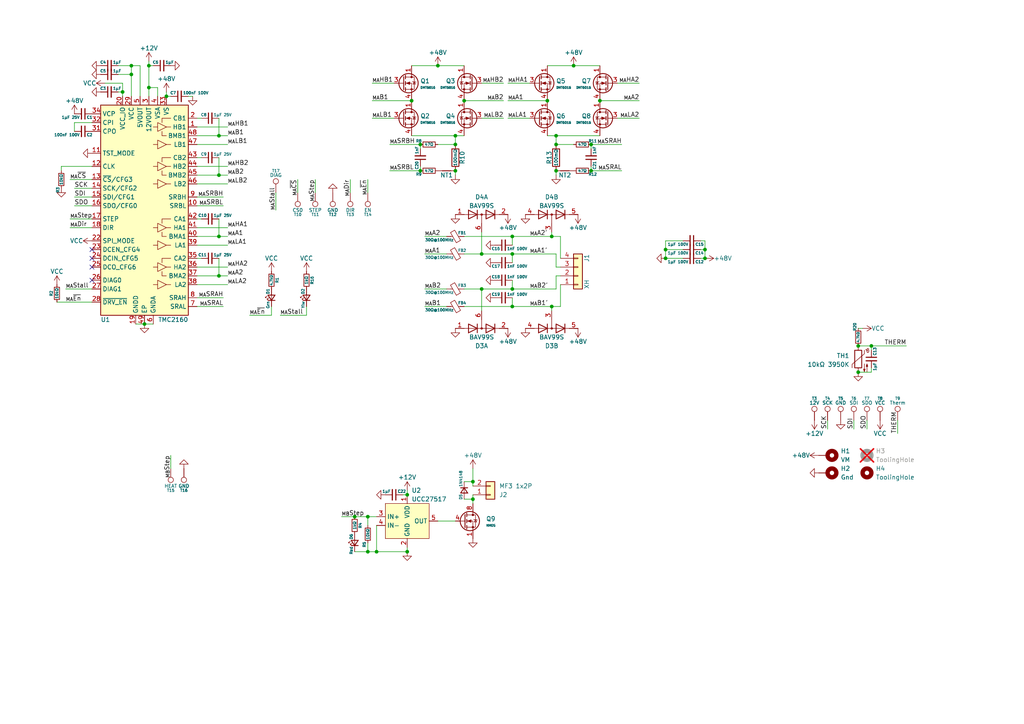
<source format=kicad_sch>
(kicad_sch (version 20231120) (generator "eeschema") (generator_version "8.0")
  (paper "A4")
  (title_block (title "TMC2160 Stepper Driver Module") (date "2024-05-15") (company "meridi engineering") (comment 1 "confer: youtu.be/IE_qcmPzfkg"))
  (junction (at 132.08 41.91))
  (junction (at 252.73 100.33))
  (junction (at 134.62 29.21))
  (junction (at 63.5 68.58))
  (junction (at 204.47 74.93))
  (junction (at 158.75 29.21))
  (junction (at 139.7 73.66))
  (junction (at 43.18 25.4))
  (junction (at 137.16 144.78))
  (junction (at 63.5 50.8))
  (junction (at 132.08 49.53))
  (junction (at 106.68 160.02))
  (junction (at 248.92 100.33))
  (junction (at 102.87 149.86))
  (junction (at 148.59 83.82))
  (junction (at 63.5 39.37))
  (junction (at 160.02 88.9))
  (junction (at 161.29 49.53))
  (junction (at 139.7 83.82))
  (junction (at 161.29 41.91))
  (junction (at 148.59 68.58))
  (junction (at 38.1 19.05))
  (junction (at 127 19.05))
  (junction (at 118.11 160.02))
  (junction (at 173.99 29.21))
  (junction (at 106.68 149.86))
  (junction (at 48.26 27.94))
  (junction (at 38.1 21.59))
  (junction (at 248.92 107.95))
  (junction (at 119.38 29.21))
  (junction (at 109.22 160.02))
  (junction (at 132.08 39.37))
  (junction (at 148.59 73.66))
  (junction (at 160.02 68.58))
  (junction (at 41.91 93.98))
  (junction (at 148.59 88.9))
  (junction (at 35.56 26.67))
  (junction (at 118.11 143.51))
  (junction (at 161.29 39.37))
  (junction (at 171.45 49.53))
  (junction (at 193.04 72.39))
  (junction (at 137.16 139.7))
  (junction (at 166.37 19.05))
  (junction (at 171.45 41.91))
  (junction (at 43.18 19.05))
  (junction (at 121.92 49.53))
  (junction (at 63.5 80.01))
  (junction (at 204.47 72.39))
  (junction (at 193.04 74.93))
  (junction (at 121.92 41.91))
  (no_connect (at 26.67 81.28))
  (no_connect (at 26.67 74.93))
  (no_connect (at 26.67 77.47))
  (no_connect (at 26.67 72.39))
  (wire (pts (xy 252.73 100.33) (xy 252.73 101.6)))
  (wire (pts (xy 137.16 135.89) (xy 137.16 139.7)))
  (wire (pts (xy 134.62 83.82) (xy 139.7 83.82)))
  (wire (pts (xy 121.92 48.26) (xy 121.92 49.53)))
  (wire (pts (xy 34.29 19.05) (xy 38.1 19.05)))
  (wire (pts (xy 252.73 100.33) (xy 262.89 100.33)))
  (wire (pts (xy 158.75 39.37) (xy 161.29 39.37)))
  (wire (pts (xy 119.38 39.37) (xy 132.08 39.37)))
  (wire (pts (xy 134.62 29.21) (xy 146.05 29.21)))
  (wire (pts (xy 64.77 88.9) (xy 57.15 88.9)))
  (wire (pts (xy 118.11 142.24) (xy 118.11 143.51)))
  (wire (pts (xy 58.42 34.29) (xy 57.15 34.29)))
  (wire (pts (xy 57.15 48.26) (xy 66.04 48.26)))
  (wire (pts (xy 63.5 74.93) (xy 63.5 80.01)))
  (wire (pts (xy 20.32 52.07) (xy 26.67 52.07)))
  (wire (pts (xy 63.5 68.58) (xy 57.15 68.58)))
  (wire (pts (xy 160.02 88.9) (xy 162.56 88.9)))
  (wire (pts (xy 161.29 39.37) (xy 161.29 41.91)))
  (wire (pts (xy 119.38 19.05) (xy 127 19.05)))
  (wire (pts (xy 17.78 49.53) (xy 17.78 48.26)))
  (wire (pts (xy 203.2 74.93) (xy 204.47 74.93)))
  (wire (pts (xy 161.29 41.91) (xy 166.37 41.91)))
  (wire (pts (xy 160.02 88.9) (xy 160.02 90.17)))
  (wire (pts (xy 134.62 139.7) (xy 137.16 139.7)))
  (wire (pts (xy 106.68 157.48) (xy 106.68 160.02)))
  (wire (pts (xy 19.05 83.82) (xy 26.67 83.82)))
  (wire (pts (xy 91.44 52.07) (xy 91.44 55.88)))
  (wire (pts (xy 57.15 53.34) (xy 66.04 53.34)))
  (wire (pts (xy 34.29 21.59) (xy 38.1 21.59)))
  (wire (pts (xy 139.7 83.82) (xy 139.7 90.17)))
  (wire (pts (xy 16.51 87.63) (xy 26.67 87.63)))
  (wire (pts (xy 166.37 19.05) (xy 173.99 19.05)))
  (wire (pts (xy 193.04 74.93) (xy 198.12 74.93)))
  (wire (pts (xy 63.5 39.37) (xy 66.04 39.37)))
  (wire (pts (xy 63.5 50.8) (xy 57.15 50.8)))
  (wire (pts (xy 38.1 19.05) (xy 40.64 19.05)))
  (wire (pts (xy 21.59 57.15) (xy 26.67 57.15)))
  (wire (pts (xy 203.2 72.39) (xy 204.47 72.39)))
  (wire (pts (xy 34.29 26.67) (xy 35.56 26.67)))
  (wire (pts (xy 146.05 34.29) (xy 139.7 34.29)))
  (wire (pts (xy 63.5 45.72) (xy 63.5 50.8)))
  (wire (pts (xy 55.88 27.94) (xy 54.61 27.94)))
  (wire (pts (xy 106.68 149.86) (xy 106.68 152.4)))
  (wire (pts (xy 123.19 88.9) (xy 129.54 88.9)))
  (wire (pts (xy 193.04 74.93) (xy 193.04 72.39)))
  (wire (pts (xy 185.42 34.29) (xy 179.07 34.29)))
  (wire (pts (xy 78.74 91.44) (xy 78.74 88.9)))
  (wire (pts (xy 250.19 95.25) (xy 248.92 95.25)))
  (wire (pts (xy 41.91 93.98) (xy 44.45 93.98)))
  (wire (pts (xy 147.32 29.21) (xy 158.75 29.21)))
  (wire (pts (xy 171.45 48.26) (xy 171.45 49.53)))
  (wire (pts (xy 102.87 149.86) (xy 106.68 149.86)))
  (wire (pts (xy 63.5 34.29) (xy 63.5 39.37)))
  (wire (pts (xy 57.15 77.47) (xy 66.04 77.47)))
  (wire (pts (xy 123.19 83.82) (xy 129.54 83.82)))
  (wire (pts (xy 158.75 19.05) (xy 166.37 19.05)))
  (wire (pts (xy 148.59 68.58) (xy 160.02 68.58)))
  (wire (pts (xy 147.32 24.13) (xy 153.67 24.13)))
  (wire (pts (xy 139.7 73.66) (xy 148.59 73.66)))
  (wire (pts (xy 113.03 49.53) (xy 121.92 49.53)))
  (wire (pts (xy 80.01 60.96) (xy 80.01 55.88)))
  (wire (pts (xy 20.32 66.04) (xy 26.67 66.04)))
  (wire (pts (xy 139.7 83.82) (xy 148.59 83.82)))
  (wire (pts (xy 43.18 25.4) (xy 45.72 25.4)))
  (wire (pts (xy 121.92 41.91) (xy 121.92 43.18)))
  (wire (pts (xy 43.18 17.78) (xy 43.18 19.05)))
  (wire (pts (xy 64.77 86.36) (xy 57.15 86.36)))
  (wire (pts (xy 180.34 41.91) (xy 171.45 41.91)))
  (wire (pts (xy 148.59 86.36) (xy 148.59 88.9)))
  (wire (pts (xy 252.73 100.33) (xy 248.92 100.33)))
  (wire (pts (xy 21.59 59.69) (xy 26.67 59.69)))
  (wire (pts (xy 99.06 149.86) (xy 102.87 149.86)))
  (wire (pts (xy 193.04 72.39) (xy 198.12 72.39)))
  (wire (pts (xy 57.15 66.04) (xy 66.04 66.04)))
  (wire (pts (xy 40.64 19.05) (xy 40.64 27.94)))
  (wire (pts (xy 161.29 83.82) (xy 161.29 80.01)))
  (wire (pts (xy 57.15 82.55) (xy 66.04 82.55)))
  (wire (pts (xy 44.45 19.05) (xy 43.18 19.05)))
  (wire (pts (xy 88.9 91.44) (xy 88.9 88.9)))
  (wire (pts (xy 248.92 107.95) (xy 252.73 107.95)))
  (wire (pts (xy 148.59 68.58) (xy 148.59 71.12)))
  (wire (pts (xy 64.77 57.15) (xy 57.15 57.15)))
  (wire (pts (xy 127 19.05) (xy 134.62 19.05)))
  (wire (pts (xy 35.56 24.13) (xy 35.56 26.67)))
  (wire (pts (xy 251.46 124.46) (xy 251.46 121.92)))
  (wire (pts (xy 21.59 35.56) (xy 26.67 35.56)))
  (wire (pts (xy 118.11 160.02) (xy 118.11 158.75)))
  (wire (pts (xy 106.68 149.86) (xy 109.22 149.86)))
  (wire (pts (xy 57.15 36.83) (xy 66.04 36.83)))
  (wire (pts (xy 161.29 77.47) (xy 161.29 73.66)))
  (wire (pts (xy 57.15 41.91) (xy 66.04 41.91)))
  (wire (pts (xy 113.03 41.91) (xy 121.92 41.91)))
  (wire (pts (xy 127 151.13) (xy 132.08 151.13)))
  (wire (pts (xy 132.08 49.53) (xy 132.08 50.8)))
  (wire (pts (xy 161.29 50.8) (xy 161.29 49.53)))
  (wire (pts (xy 148.59 73.66) (xy 161.29 73.66)))
  (wire (pts (xy 148.59 88.9) (xy 160.02 88.9)))
  (wire (pts (xy 204.47 74.93) (xy 204.47 72.39)))
  (wire (pts (xy 43.18 25.4) (xy 43.18 27.94)))
  (wire (pts (xy 193.04 72.39) (xy 193.04 69.85)))
  (wire (pts (xy 109.22 160.02) (xy 118.11 160.02)))
  (wire (pts (xy 81.28 91.44) (xy 88.9 91.44)))
  (wire (pts (xy 180.34 49.53) (xy 171.45 49.53)))
  (wire (pts (xy 109.22 152.4) (xy 109.22 160.02)))
  (wire (pts (xy 107.95 29.21) (xy 119.38 29.21)))
  (wire (pts (xy 21.59 38.1) (xy 21.59 35.56)))
  (wire (pts (xy 134.62 88.9) (xy 148.59 88.9)))
  (wire (pts (xy 63.5 80.01) (xy 66.04 80.01)))
  (wire (pts (xy 101.6 52.07) (xy 101.6 55.88)))
  (wire (pts (xy 137.16 146.05) (xy 137.16 144.78)))
  (wire (pts (xy 49.53 132.08) (xy 49.53 135.89)))
  (wire (pts (xy 58.42 63.5) (xy 57.15 63.5)))
  (wire (pts (xy 102.87 160.02) (xy 106.68 160.02)))
  (wire (pts (xy 127 41.91) (xy 132.08 41.91)))
  (wire (pts (xy 161.29 39.37) (xy 173.99 39.37)))
  (wire (pts (xy 162.56 82.55) (xy 162.56 88.9)))
  (wire (pts (xy 162.56 77.47) (xy 161.29 77.47)))
  (wire (pts (xy 132.08 39.37) (xy 132.08 41.91)))
  (wire (pts (xy 134.62 68.58) (xy 148.59 68.58)))
  (wire (pts (xy 21.59 54.61) (xy 26.67 54.61)))
  (wire (pts (xy 247.65 124.46) (xy 247.65 121.92)))
  (wire (pts (xy 30.48 24.13) (xy 35.56 24.13)))
  (wire (pts (xy 106.68 160.02) (xy 109.22 160.02)))
  (wire (pts (xy 63.5 80.01) (xy 57.15 80.01)))
  (wire (pts (xy 160.02 68.58) (xy 162.56 68.58)))
  (wire (pts (xy 106.68 52.07) (xy 106.68 55.88)))
  (wire (pts (xy 38.1 19.05) (xy 38.1 21.59)))
  (wire (pts (xy 48.26 26.67) (xy 48.26 27.94)))
  (wire (pts (xy 38.1 21.59) (xy 38.1 27.94)))
  (wire (pts (xy 116.84 143.51) (xy 118.11 143.51)))
  (wire (pts (xy 17.78 48.26) (xy 26.67 48.26)))
  (wire (pts (xy 107.95 24.13) (xy 114.3 24.13)))
  (wire (pts (xy 148.59 83.82) (xy 161.29 83.82)))
  (wire (pts (xy 41.91 93.98) (xy 39.37 93.98)))
  (wire (pts (xy 72.39 91.44) (xy 78.74 91.44)))
  (wire (pts (xy 43.18 19.05) (xy 43.18 25.4)))
  (wire (pts (xy 20.32 63.5) (xy 26.67 63.5)))
  (wire (pts (xy 137.16 139.7) (xy 137.16 140.97)))
  (wire (pts (xy 252.73 106.68) (xy 252.73 107.95)))
  (wire (pts (xy 132.08 39.37) (xy 134.62 39.37)))
  (wire (pts (xy 193.04 69.85) (xy 198.12 69.85)))
  (wire (pts (xy 185.42 24.13) (xy 179.07 24.13)))
  (wire (pts (xy 240.03 124.46) (xy 240.03 121.92)))
  (wire (pts (xy 63.5 50.8) (xy 66.04 50.8)))
  (wire (pts (xy 86.36 52.07) (xy 86.36 55.88)))
  (wire (pts (xy 58.42 45.72) (xy 57.15 45.72)))
  (wire (pts (xy 162.56 74.93) (xy 162.56 68.58)))
  (wire (pts (xy 57.15 71.12) (xy 66.04 71.12)))
  (wire (pts (xy 137.16 144.78) (xy 137.16 143.51)))
  (wire (pts (xy 147.32 34.29) (xy 153.67 34.29)))
  (wire (pts (xy 123.19 73.66) (xy 129.54 73.66)))
  (wire (pts (xy 134.62 73.66) (xy 139.7 73.66)))
  (wire (pts (xy 260.35 125.73) (xy 260.35 121.92)))
  (wire (pts (xy 204.47 69.85) (xy 204.47 72.39)))
  (wire (pts (xy 58.42 74.93) (xy 57.15 74.93)))
  (wire (pts (xy 63.5 63.5) (xy 63.5 68.58)))
  (wire (pts (xy 134.62 144.78) (xy 137.16 144.78)))
  (wire (pts (xy 146.05 24.13) (xy 139.7 24.13)))
  (wire (pts (xy 173.99 29.21) (xy 185.42 29.21)))
  (wire (pts (xy 45.72 25.4) (xy 45.72 27.94)))
  (wire (pts (xy 148.59 73.66) (xy 148.59 76.2)))
  (wire (pts (xy 160.02 67.31) (xy 160.02 68.58)))
  (wire (pts (xy 139.7 67.31) (xy 139.7 73.66)))
  (wire (pts (xy 171.45 41.91) (xy 171.45 43.18)))
  (wire (pts (xy 107.95 34.29) (xy 114.3 34.29)))
  (wire (pts (xy 148.59 81.28) (xy 148.59 83.82)))
  (wire (pts (xy 35.56 26.67) (xy 35.56 27.94)))
  (wire (pts (xy 123.19 68.58) (xy 129.54 68.58)))
  (wire (pts (xy 49.53 27.94) (xy 48.26 27.94)))
  (wire (pts (xy 63.5 68.58) (xy 66.04 68.58)))
  (wire (pts (xy 64.77 59.69) (xy 57.15 59.69)))
  (wire (pts (xy 203.2 69.85) (xy 204.47 69.85)))
  (wire (pts (xy 63.5 39.37) (xy 57.15 39.37)))
  (wire (pts (xy 161.29 80.01) (xy 162.56 80.01)))
  (label "_{MA}HB1" (at 66.04 36.83 0))
  (label "_{MA}Stall" (at 80.01 60.96 90))
  (label "_{MA}A2" (at 123.19 68.58 0))
  (label "_{MA}SRAH" (at 180.34 41.91 180))
  (label "_{MA}HA1" (at 66.04 66.04 0))
  (label "_{MA}Dir" (at 101.6 52.07 270))
  (label "_{MA}SRBL" (at 113.03 49.53 0))
  (label "_{MA}A2" (at 185.42 29.21 180))
  (label "_{MA}HB2" (at 146.05 24.13 180))
  (label "_{MB}Step" (at 99.06 149.86 0))
  (label "_{MA}~{CS}" (at 86.36 52.07 270))
  (label "_{MA}HA1" (at 147.32 24.13 0))
  (label "_{MA}B1" (at 107.95 29.21 0))
  (label "_{MA}B1" (at 66.04 39.37 0))
  (label "_{MA}HB2" (at 66.04 48.26 0))
  (label "_{MA}LB1" (at 107.95 34.29 0))
  (label "_{MA}~{En}" (at 106.68 52.07 270))
  (label "_{MA}SRAL" (at 180.34 49.53 180))
  (label "_{MA}B2" (at 66.04 50.8 0))
  (label "_{MA}B2" (at 123.19 83.82 0))
  (label "_{MA}SRBL" (at 64.77 59.69 180))
  (label "_{MA}~{CS}" (at 20.32 52.07 0))
  (label "_{MA}LB2" (at 66.04 53.34 0))
  (label "_{MA}HB1" (at 107.95 24.13 0))
  (label "THERM" (at 262.89 100.33 180))
  (label "_{MA}Step" (at 20.32 63.5 0))
  (label "_{MA}HA2" (at 66.04 77.47 0))
  (label "_{MA}~{En}" (at 72.39 91.44 0))
  (label "_{MA}LB1" (at 66.04 41.91 0))
  (label "_{MA}~{En}" (at 19.05 87.63 0))
  (label "_{MA}LA2" (at 66.04 82.55 0))
  (label "_{MA}HA2" (at 185.42 24.13 180))
  (label "_{MA}A1'" (at 153.67 73.66 0))
  (label "_{MA}SRAL" (at 64.77 88.9 180))
  (label "_{MA}B1'" (at 153.67 88.9 0))
  (label "_{MA}A2'" (at 153.67 68.58 0))
  (label "SCK" (at 240.03 124.46 90))
  (label "_{MA}B1" (at 123.19 88.9 0))
  (label "_{MA}LA1" (at 147.32 34.29 0))
  (label "SDI" (at 21.59 57.15 0))
  (label "_{MA}Stall" (at 19.05 83.82 0))
  (label "_{MB}Step" (at 49.53 132.08 270))
  (label "THERM" (at 260.35 125.73 90))
  (label "_{MA}SRAH" (at 64.77 86.36 180))
  (label "_{MA}Dir" (at 20.32 66.04 0))
  (label "_{MA}B2'" (at 153.67 83.82 0))
  (label "_{MA}A2" (at 66.04 80.01 0))
  (label "_{MA}SRBH" (at 113.03 41.91 0))
  (label "_{MA}A1" (at 123.19 73.66 0))
  (label "_{MA}Step" (at 91.44 52.07 270))
  (label "_{MA}SRBH" (at 64.77 57.15 180))
  (label "_{MA}B2" (at 146.05 29.21 180))
  (label "_{MA}LA1" (at 66.04 71.12 0))
  (label "_{MA}Stall" (at 81.28 91.44 0))
  (label "SDI" (at 247.65 124.46 90))
  (label "_{MA}LA2" (at 185.42 34.29 180))
  (label "_{MA}LB2" (at 146.05 34.29 180))
  (label "SCK" (at 21.59 54.61 0))
  (label "_{MA}A1" (at 66.04 68.58 0))
  (label "_{MA}A1" (at 147.32 29.21 0))
  (label "SDO" (at 251.46 124.46 90))
  (label "SDO" (at 21.59 59.69 0))
  (symbol (lib_id "Device:R_Small") (at 168.91 41.91 90) (unit 1)
    (property "Reference" "R11" (at 171.91 40.91 90) (effects (font (size 0.8 0.8))))
    (property "Value" "47Ω" (at 168.91 41.91 90) (effects (font (size 0.8 0.8))))
    (property "Footprint" "PCM_ME_passives:0402R" (effects (hide yes)))
  )
  (symbol (lib_id "Connector:TestPoint") (at 96.52 55.88 0) (mirror x) (unit 1) (exclude_from_sim yes) (in_bom no)
    (property "Reference" "T12" (at 96.52 62.23 0) (effects (font (size 0.8 0.8))))
    (property "Value" "GND" (at 96.52 60.96 0) (effects (font (size 1 1))))
    (property "Footprint" "corevus:LGA_Land_2.5mm" (effects (hide yes)))
  )
  (symbol (lib_id "power:GND") (at 17.78 54.61 0) (unit 1)
    (property "Reference" "#PWR010" (effects (hide yes)))
    (property "Value" "GND" (effects (hide yes)))
  )
  (symbol (lib_id "power:VCC") (at 88.9 78.74 0) (unit 1)
    (property "Reference" "#PWR031" (effects (hide yes)))
    (property "Value" "VCC" (at 88.9 74.93 0))
  )
  (symbol (lib_id "Device:R_Small") (at 17.78 52.07 0) (mirror y) (unit 1)
    (property "Reference" "R3" (at 16.78 55.07 90) (effects (font (size 0.8 0.8))))
    (property "Value" "10kΩ" (at 17.78 52.07 90) (effects (font (size 0.8 0.8))))
    (property "Footprint" "PCM_ME_passives:0402R" (effects (hide yes)))
  )
  (symbol (lib_id "Connector:TestPoint") (at 53.34 135.89 0) (mirror x) (unit 1) (exclude_from_sim yes) (in_bom no)
    (property "Reference" "T16" (at 53.34 142.24 0) (effects (font (size 0.8 0.8))))
    (property "Value" "GND" (at 53.34 140.97 0) (effects (font (size 1 1))))
    (property "Footprint" "corevus:LGA_Land_2.5mm" (effects (hide yes)))
  )
  (symbol (lib_id "Device:R_Small") (at 168.91 49.53 90) (mirror x) (unit 1)
    (property "Reference" "R12" (at 171.91 50.53 90) (effects (font (size 0.8 0.8))))
    (property "Value" "47Ω" (at 168.91 49.53 90) (effects (font (size 0.8 0.8))))
    (property "Footprint" "PCM_ME_passives:0402R" (effects (hide yes)))
  )
  (symbol (lib_id "power:GND") (at 248.92 107.95 0) (unit 1)
    (property "Reference" "#PWR044" (effects (hide yes)))
    (property "Value" "GND" (effects (hide yes)))
  )
  (symbol (lib_id "power:GND") (at 132.08 95.25 0) (unit 1)
    (property "Reference" "#PWR032" (effects (hide yes)))
    (property "Value" "GND" (effects (hide yes)))
  )
  (symbol (lib_id "corevus:TMC2160A-TA") (at 41.91 60.96 0) (unit 1)
    (property "Reference" "U1" (at 29.21 92.71 0) (effects (justify left)))
    (property "Value" "TMC2160" (at 54.61 92.71 0) (effects (justify right)))
    (property "Footprint" "corevus:TMCx160" (effects (hide yes)))
    (property "Datasheet" "https://www.trinamic.com/fileadmin/assets/Products/ICs_Documents/TMC2160A-datasheet_Rev1.06.pdf" (effects (hide yes)))
  )
  (symbol (lib_id "power:+48V") (at 167.64 62.23 180) (unit 1)
    (property "Reference" "#PWR037" (effects (hide yes)))
    (property "Value" "+48V" (at 167.64 66.04 0))
  )
  (symbol (lib_id "Connector:TestPoint") (at 91.44 55.88 0) (mirror x) (unit 1) (exclude_from_sim yes) (in_bom no)
    (property "Reference" "T11" (at 91.44 62.23 0) (effects (font (size 0.8 0.8))))
    (property "Value" "STEP" (at 91.44 60.96 0) (effects (font (size 1 1))))
    (property "Footprint" "corevus:LGA_Land_2.5mm" (effects (hide yes)))
  )
  (symbol (lib_id "Device:C_Small") (at 200.66 72.39 270) (mirror x) (unit 1)
    (property "Reference" "C14" (at 201.66 73.39 90) (effects (font (size 0.8 0.8)) (justify left)))
    (property "Value" "1μF 100V" (at 199.66 73.39 90) (effects (font (size 0.8 0.8)) (justify right)))
    (property "Footprint" "Capacitor_SMD:C_1206_3216Metric" (effects (hide yes)))
  )
  (symbol (lib_id "power:+12V") (at 236.22 121.92 180) (unit 1)
    (property "Reference" "#PWR011" (effects (hide yes)))
    (property "Value" "+12V" (at 236.22 125.73 0))
  )
  (symbol (lib_id "Device:C_Small") (at 24.13 38.1 270) (mirror x) (unit 1)
    (property "Reference" "C2" (at 25.13 39.1 90) (effects (font (size 0.8 0.8)) (justify left)))
    (property "Value" "100nF 100V" (at 23.13 39.1 90) (effects (font (size 0.8 0.8)) (justify right)))
    (property "Footprint" "PCM_ME_passives:0402C" (effects (hide yes)))
  )
  (symbol (lib_id "power:+48V") (at 147.32 95.25 180) (unit 1)
    (property "Reference" "#PWR025" (effects (hide yes)))
    (property "Value" "+48V" (at 147.32 99.06 0))
  )
  (symbol (lib_id "Connector:TestPoint") (at 49.53 135.89 0) (mirror x) (unit 1) (exclude_from_sim yes) (in_bom no)
    (property "Reference" "T15" (at 49.53 142.24 0) (effects (font (size 0.8 0.8))))
    (property "Value" "HEAT" (at 49.53 140.97 0) (effects (font (size 1 1))))
    (property "Footprint" "corevus:LGA_Land_2.5mm" (effects (hide yes)))
  )
  (symbol (lib_id "Diode:BAV99S") (at 139.7 95.25 0) (mirror x) (unit 1)
    (property "Reference" "D3" (at 139.7 100.33 0))
    (property "Value" "BAV99S" (at 139.7 97.79 0))
    (property "Footprint" "Package_TO_SOT_SMD:SOT-363_SC-70-6" (effects (hide yes)))
    (property "Datasheet" "https://assets.nexperia.com/documents/data-sheet/BAV99_SER.pdf" (effects (hide yes)))
    (property "Description" "High-speed switching diodes, dual series, SOT-363" (effects (hide yes)))
  )
  (symbol (lib_id "power:+12V") (at 118.11 142.24 0) (mirror y) (unit 1)
    (property "Reference" "#PWR043" (effects (hide yes)))
    (property "Value" "+12V" (at 118.11 138.43 0))
  )
  (symbol (lib_id "Connector:TestPoint") (at 101.6 55.88 0) (mirror x) (unit 1) (exclude_from_sim yes) (in_bom no)
    (property "Reference" "T13" (at 101.6 62.23 0) (effects (font (size 0.8 0.8))))
    (property "Value" "DIR" (at 101.6 60.96 0) (effects (font (size 1 1))))
    (property "Footprint" "corevus:LGA_Land_2.5mm" (effects (hide yes)))
  )
  (symbol (lib_id "corevus:UCC27517") (at 118.11 151.13 0) (unit 1)
    (property "Reference" "U2" (at 119.38 142.24 0) (effects (justify left)))
    (property "Value" "UCC27517" (at 119.38 144.78 0) (effects (justify left)))
    (property "Footprint" "Package_TO_SOT_SMD:SOT-23-5" (effects (hide yes)))
    (property "Datasheet" "https://www.ti.com/lit/ds/symlink/ucc27517.pdf" (effects (hide yes)))
    (property "Description" "UCC2751x Single-Channel, High-Speed, Low-Side Gate Driver (With 4-A Peak Source and 4-A Peak Sink)" (effects (hide yes)))
  )
  (symbol (lib_id "power:GND") (at 243.84 121.92 0) (unit 1)
    (property "Reference" "#PWR015" (effects (hide yes)))
    (property "Value" "GND" (effects (hide yes)))
  )
  (symbol (lib_id "power:GND") (at 143.51 76.2 270) (mirror x) (unit 1)
    (property "Reference" "#PWR040" (effects (hide yes)))
    (property "Value" "GND" (effects (hide yes)))
  )
  (symbol (lib_id "power:GND") (at 143.51 71.12 270) (mirror x) (unit 1)
    (property "Reference" "#PWR039" (effects (hide yes)))
    (property "Value" "GND" (effects (hide yes)))
  )
  (symbol (lib_id "Device:C_Small") (at 31.75 21.59 90) (mirror x) (unit 1)
    (property "Reference" "C5" (at 30.75 20.59 90) (effects (font (size 0.8 0.8)) (justify left)))
    (property "Value" "1µF" (at 32.75 20.59 90) (effects (font (size 0.8 0.8)) (justify right)))
    (property "Footprint" "PCM_ME_passives:0402C" (effects (hide yes)))
  )
  (symbol (lib_id "power:GND") (at 137.16 156.21 0) (unit 1)
    (property "Reference" "#PWR026" (effects (hide yes)))
    (property "Value" "GND" (effects (hide yes)))
  )
  (symbol (lib_id "Diode:BAV99S") (at 160.02 62.23 0) (unit 2)
    (property "Reference" "D4" (at 160.02 57.15 0))
    (property "Value" "BAV99S" (at 160.02 59.69 0))
    (property "Footprint" "Package_TO_SOT_SMD:SOT-363_SC-70-6" (effects (hide yes)))
    (property "Datasheet" "https://assets.nexperia.com/documents/data-sheet/BAV99_SER.pdf" (effects (hide yes)))
    (property "Description" "High-speed switching diodes, dual series, SOT-363" (effects (hide yes)))
  )
  (symbol (lib_id "corevus:NMOS_DFN8") (at 135.89 151.13 0) (unit 1)
    (property "Reference" "Q9" (at 140.97 150.4949 0) (effects (justify left)))
    (property "Value" "NMOS" (at 140.97 152.4 0) (effects (font (size 0.635 0.635)) (justify left)))
    (property "Footprint" "corevus:MOSFET_DFN8_5x6" (effects (hide yes)))
    (property "Description" "Generic DFN8 N-channel MOSFET" (effects (hide yes)))
  )
  (symbol (lib_id "Device:R_Small") (at 78.74 81.28 0) (mirror y) (unit 1)
    (property "Reference" "R1" (at 80.37 81.28 90) (effects (font (size 0.8 0.8))))
    (property "Value" "4.7kΩ" (at 78.74 81.28 90) (effects (font (size 0.7 0.7))))
    (property "Footprint" "PCM_ME_passives:0402R" (effects (hide yes)))
  )
  (symbol (lib_id "Device:R") (at 161.29 45.72 0) (mirror y) (unit 1)
    (property "Reference" "R13" (at 160.02 45.72 90) (effects (justify top)))
    (property "Value" "100mΩ" (at 161.29 45.72 90) (effects (font (size 0.9 0.9))))
    (property "Footprint" "Resistor_SMD:R_1206_3216Metric" (effects (hide yes)))
  )
  (symbol (lib_id "Device:C_Small") (at 146.05 71.12 90) (unit 1)
    (property "Reference" "C16" (at 145.05 72.12 90) (effects (font (size 0.8 0.8)) (justify left)))
    (property "Value" "1nF 100V" (at 147.05 72.12 90) (effects (font (size 0.8 0.8)) (justify right)))
    (property "Footprint" "PCM_ME_passives:0402C" (effects (hide yes)))
  )
  (symbol (lib_id "Connector:TestPoint") (at 80.01 55.88 0) (unit 1) (exclude_from_sim yes) (in_bom no)
    (property "Reference" "T17" (at 80.01 49.53 0) (effects (font (size 0.8 0.8))))
    (property "Value" "DIAG" (at 80.01 50.8 0) (effects (font (size 1 1))))
    (property "Footprint" "corevus:LGA_Land_2.5mm" (effects (hide yes)))
  )
  (symbol (lib_id "power:VCC") (at 78.74 78.74 0) (unit 1)
    (property "Reference" "#PWR022" (effects (hide yes)))
    (property "Value" "VCC" (at 78.74 74.93 0))
  )
  (symbol (lib_id "Device:R") (at 132.08 45.72 0) (unit 1)
    (property "Reference" "R10" (at 133.35 45.72 90) (effects (justify top)))
    (property "Value" "100mΩ" (at 132.08 45.72 90) (effects (font (size 0.9 0.9))))
    (property "Footprint" "Resistor_SMD:R_1206_3216Metric" (effects (hide yes)))
  )
  (symbol (lib_id "Device:R_Small") (at 102.87 152.4 0) (mirror y) (unit 1)
    (property "Reference" "R4" (at 104.5 152.4 90) (effects (font (size 0.8 0.8))))
    (property "Value" "1kΩ" (at 102.87 152.4 90) (effects (font (size 0.8 0.8))))
    (property "Footprint" "PCM_ME_passives:0402R" (effects (hide yes)))
  )
  (symbol (lib_id "power:VCC") (at 30.48 24.13 90) (unit 1)
    (property "Reference" "#PWR08" (effects (hide yes)))
    (property "Value" "VCC" (at 27.94 24.13 90) (effects (justify left)))
  )
  (symbol (lib_id "corevus:DMT6016LFDF-7") (at 157.48 34.29 0) (unit 1)
    (property "Reference" "Q6" (at 161.29 33.655 0) (effects (justify left)))
    (property "Value" "DMT6016" (at 161.29 35.56 0) (effects (font (size 0.635 0.635)) (justify left)))
    (property "Footprint" "corevus:DMT6016LFDF" (effects (hide yes)))
    (property "Datasheet" "https://lcsc.com/product-detail/MOSFET_Diodes-Incorporated-DMT6016LFDF-7_C460205.html" (effects (hide yes)))
    (property "Description" "60V N-channel Enhancement Mode MOSFET, 8.9A Id " (effects (hide yes)))
    (property "LCSC Part" "C460205" (effects (hide yes)))
  )
  (symbol (lib_id "power:GND") (at 55.88 27.94 0) (mirror y) (unit 1)
    (property "Reference" "#PWR018" (effects (hide yes)))
    (property "Value" "GND" (effects (hide yes)))
  )
  (symbol (lib_id "power:+48V") (at 137.16 135.89 0) (unit 1)
    (property "Reference" "#PWR024" (effects (hide yes)))
    (property "Value" "+48V" (at 137.16 132.08 0))
  )
  (symbol (lib_id "power:GND") (at 53.34 135.89 0) (mirror x) (unit 1)
    (property "Reference" "#PWR061" (effects (hide yes)))
    (property "Value" "GND" (effects (hide yes)))
  )
  (symbol (lib_id "Device:FerriteBead_Small") (at 132.08 88.9 270) (mirror x) (unit 1)
    (property "Reference" "FB4" (at 132.842 87.884 90) (effects (font (size 0.8 0.8)) (justify left)))
    (property "Value" "30Ω@100MHz" (at 131.572 89.916 90) (effects (font (size 0.8 0.8)) (justify right)))
    (property "Footprint" "Resistor_SMD:R_1206_3216Metric" (effects (hide yes)))
    (property "Description" "Ferrite bead, small symbol" (effects (hide yes)))
  )
  (symbol (lib_id "Device:C_Small") (at 31.75 26.67 90) (mirror x) (unit 1)
    (property "Reference" "C3" (at 30.75 25.67 90) (effects (font (size 0.8 0.8)) (justify left)))
    (property "Value" "1µF" (at 32.75 25.67 90) (effects (font (size 0.8 0.8)) (justify right)))
    (property "Footprint" "PCM_ME_passives:0402C" (effects (hide yes)))
  )
  (symbol (lib_id "Connector:TestPoint") (at 251.46 121.92 0) (unit 1) (exclude_from_sim yes) (in_bom no)
    (property "Reference" "T7" (at 251.46 115.57 0) (effects (font (size 0.8 0.8))))
    (property "Value" "SDO" (at 251.46 116.84 0) (effects (font (size 1 1))))
    (property "Footprint" "corevus:LGA_Land_2.5mm" (effects (hide yes)))
  )
  (symbol (lib_id "Device:R_Small") (at 88.9 81.28 0) (mirror y) (unit 1)
    (property "Reference" "R16" (at 90.53 81.28 90) (effects (font (size 0.8 0.8))))
    (property "Value" "1kΩ" (at 88.9 81.28 90) (effects (font (size 0.8 0.8))))
    (property "Footprint" "PCM_ME_passives:0402R" (effects (hide yes)))
  )
  (symbol (lib_id "Device:C_Small") (at 114.3 143.51 270) (unit 1)
    (property "Reference" "C22" (at 115.3 142.51 90) (effects (font (size 0.8 0.8)) (justify left)))
    (property "Value" "1μF" (at 113.3 142.51 90) (effects (font (size 0.8 0.8)) (justify right)))
    (property "Footprint" "PCM_ME_passives:0402C" (effects (hide yes)))
  )
  (symbol (lib_id "power:GND") (at 132.08 62.23 0) (unit 1)
    (property "Reference" "#PWR033" (effects (hide yes)))
    (property "Value" "GND" (effects (hide yes)))
  )
  (symbol (lib_id "Device:Thermistor_NTC") (at 248.92 104.14 0) (mirror y) (unit 1)
    (property "Reference" "TH1" (at 246.38 103.1875 0) (effects (justify left)))
    (property "Value" "10kΩ 3950K" (at 246.38 105.7275 0) (effects (justify left)))
    (property "Footprint" "PCM_ME_passives:0402R" (effects (hide yes)))
  )
  (symbol (lib_id "Device:R_Small") (at 124.46 41.91 270) (mirror x) (unit 1)
    (property "Reference" "R8" (at 121.46 40.91 90) (effects (font (size 0.8 0.8))))
    (property "Value" "47Ω" (at 124.46 41.91 90) (effects (font (size 0.8 0.8))))
    (property "Footprint" "PCM_ME_passives:0402R" (effects (hide yes)))
  )
  (symbol (lib_id "power:+48V") (at 48.26 26.67 0) (unit 1)
    (property "Reference" "#PWR016" (effects (hide yes)))
    (property "Value" "+48V" (at 48.26 22.86 0))
  )
  (symbol (lib_id "power:GND") (at 26.67 44.45 270) (unit 1)
    (property "Reference" "#PWR03" (effects (hide yes)))
    (property "Value" "GND" (effects (hide yes)))
  )
  (symbol (lib_id "corevus:DMT6016LFDF-7") (at 118.11 24.13 0) (unit 1)
    (property "Reference" "Q1" (at 121.92 23.495 0) (effects (justify left)))
    (property "Value" "DMT6016" (at 121.92 25.4 0) (effects (font (size 0.635 0.635)) (justify left)))
    (property "Footprint" "corevus:DMT6016LFDF" (effects (hide yes)))
    (property "Datasheet" "https://lcsc.com/product-detail/MOSFET_Diodes-Incorporated-DMT6016LFDF-7_C460205.html" (effects (hide yes)))
    (property "Description" "60V N-channel Enhancement Mode MOSFET, 8.9A Id " (effects (hide yes)))
    (property "LCSC Part" "C460205" (effects (hide yes)))
  )
  (symbol (lib_id "power:GND") (at 152.4 62.23 0) (unit 1)
    (property "Reference" "#PWR035" (effects (hide yes)))
    (property "Value" "GND" (effects (hide yes)))
  )
  (symbol (lib_id "Connector:TestPoint") (at 236.22 121.92 0) (unit 1) (exclude_from_sim yes) (in_bom no)
    (property "Reference" "T3" (at 236.22 115.57 0) (effects (font (size 0.8 0.8))))
    (property "Value" "12V" (at 236.22 116.84 0) (effects (font (size 1 1))))
    (property "Footprint" "corevus:LGA_Land_2.5mm" (effects (hide yes)))
  )
  (symbol (lib_id "Connector:TestPoint") (at 106.68 55.88 0) (mirror x) (unit 1) (exclude_from_sim yes) (in_bom no)
    (property "Reference" "T14" (at 106.68 62.23 0) (effects (font (size 0.8 0.8))))
    (property "Value" "EN" (at 106.68 60.96 0) (effects (font (size 1 1))))
    (property "Footprint" "corevus:LGA_Land_2.5mm" (effects (hide yes)))
  )
  (symbol (lib_id "Device:C_Small") (at 46.99 19.05 90) (mirror x) (unit 1)
    (property "Reference" "C6" (at 45.99 18.05 90) (effects (font (size 0.8 0.8)) (justify left)))
    (property "Value" "1μF" (at 47.99 18.05 90) (effects (font (size 0.8 0.8)) (justify right)))
    (property "Footprint" "PCM_ME_passives:0402C" (effects (hide yes)))
  )
  (symbol (lib_id "power:VCC") (at 255.27 121.92 180) (unit 1)
    (property "Reference" "#PWR019" (effects (hide yes)))
    (property "Value" "VCC" (at 255.27 125.73 0))
  )
  (symbol (lib_id "power:VCC") (at 16.51 82.55 0) (unit 1)
    (property "Reference" "#PWR01" (effects (hide yes)))
    (property "Value" "VCC" (at 16.51 78.74 0))
  )
  (symbol (lib_id "Device:NetTie_2") (at 163.83 49.53 0) (mirror x) (unit 1) (in_bom no)
    (property "Reference" "NT2" (at 163.83 50.8 0))
    (property "Value" "NetTie_2" (effects (hide yes)))
    (property "Footprint" "corevus:NetTie-2_SMD_Pad0.1mm" (effects (hide yes)))
    (property "Description" "Net tie, 2 pins" (effects (hide yes)))
  )
  (symbol (lib_id "power:+48V") (at 147.32 62.23 180) (unit 1)
    (property "Reference" "#PWR034" (effects (hide yes)))
    (property "Value" "+48V" (at 147.32 66.04 0))
  )
  (symbol (lib_id "Device:C_Small") (at 121.92 45.72 0) (mirror x) (unit 1)
    (property "Reference" "C20" (at 120.92 46.72 90) (effects (font (size 0.8 0.8)) (justify left)))
    (property "Value" "1nF" (at 120.92 44.72 90) (effects (font (size 0.8 0.8)) (justify right)))
    (property "Footprint" "PCM_ME_passives:0402C" (effects (hide yes)))
  )
  (symbol (lib_id "power:GND") (at 161.29 50.8 0) (unit 1)
    (property "Reference" "#PWR038" (effects (hide yes)))
    (property "Value" "GND" (effects (hide yes)))
  )
  (symbol (lib_id "power:GND") (at 118.11 160.02 0) (unit 1)
    (property "Reference" "#PWR047" (effects (hide yes)))
    (property "Value" "GND" (effects (hide yes)))
  )
  (symbol (lib_id "power:GND") (at 49.53 19.05 90) (mirror x) (unit 1)
    (property "Reference" "#PWR017" (effects (hide yes)))
    (property "Value" "GND" (effects (hide yes)))
  )
  (symbol (lib_id "Device:LED_Small") (at 78.74 86.36 90) (unit 1)
    (property "Reference" "D1" (at 77.74 85.36 0) (effects (font (size 0.8 0.8)) (justify left)))
    (property "Value" "Grn" (at 77.74 87.36 0) (effects (font (size 0.8 0.8)) (justify right)))
    (property "Footprint" "PCM_ME_passives:0603LED" (effects (hide yes)))
  )
  (symbol (lib_id "Device:C_Small") (at 200.66 69.85 270) (mirror x) (unit 1)
    (property "Reference" "C15" (at 201.66 70.85 90) (effects (font (size 0.8 0.8)) (justify left)))
    (property "Value" "1μF 100V" (at 199.66 70.85 90) (effects (font (size 0.8 0.8)) (justify right)))
    (property "Footprint" "Capacitor_SMD:C_1206_3216Metric" (effects (hide yes)))
  )
  (symbol (lib_id "Connector:TestPoint") (at 86.36 55.88 180) (unit 1) (exclude_from_sim yes) (in_bom no)
    (property "Reference" "T10" (at 86.36 62.23 0) (effects (font (size 0.8 0.8))))
    (property "Value" "CS0" (at 86.36 60.96 0) (effects (font (size 1 1))))
    (property "Footprint" "corevus:LGA_Land_2.5mm" (effects (hide yes)))
  )
  (symbol (lib_id "power:GND") (at 143.51 86.36 270) (mirror x) (unit 1)
    (property "Reference" "#PWR042" (effects (hide yes)))
    (property "Value" "GND" (effects (hide yes)))
  )
  (symbol (lib_id "Device:C_Small") (at 252.73 104.14 0) (mirror y) (unit 1)
    (property "Reference" "C13" (at 253.73 103.14 90) (effects (font (size 0.8 0.8)) (justify left)))
    (property "Value" "1μF" (at 253.73 105.14 90) (effects (font (size 0.8 0.8)) (justify right)))
    (property "Footprint" "PCM_ME_passives:0402C" (effects (hide yes)))
  )
  (symbol (lib_id "power:GND") (at 29.21 21.59 270) (unit 1)
    (property "Reference" "#PWR06" (effects (hide yes)))
    (property "Value" "GND" (effects (hide yes)))
  )
  (symbol (lib_id "power:+48V") (at 127 19.05 0) (unit 1)
    (property "Reference" "#PWR020" (effects (hide yes)))
    (property "Value" "+48V" (at 127 15.24 0))
  )
  (symbol (lib_id "Device:FerriteBead_Small") (at 132.08 68.58 270) (mirror x) (unit 1)
    (property "Reference" "FB1" (at 132.842 67.564 90) (effects (font (size 0.8 0.8)) (justify left)))
    (property "Value" "30Ω@100MHz" (at 131.572 69.596 90) (effects (font (size 0.8 0.8)) (justify right)))
    (property "Footprint" "Resistor_SMD:R_1206_3216Metric" (effects (hide yes)))
    (property "Description" "Ferrite bead, small symbol" (effects (hide yes)))
  )
  (symbol (lib_id "Connector_Generic:Conn_01x02") (at 142.24 143.51 0) (mirror x) (unit 1)
    (property "Reference" "J2" (at 144.78 143.5101 0) (effects (justify left)))
    (property "Value" "MF3 1x2P" (at 144.78 140.9701 0) (effects (justify left)))
    (property "Footprint" "corevus:Molex_Micro-Fit-3.0_436500215" (effects (hide yes)))
    (property "Description" "Generic connector, single row, 01x02, script generated (kicad-library-utils/schlib/autogen/connector/)" (effects (hide yes)))
  )
  (symbol (lib_id "power:+48V") (at 166.37 19.05 0) (unit 1)
    (property "Reference" "#PWR021" (effects (hide yes)))
    (property "Value" "+48V" (at 166.37 15.24 0))
  )
  (symbol (lib_id "power:+48V") (at 167.64 95.25 180) (unit 1)
    (property "Reference" "#PWR027" (effects (hide yes)))
    (property "Value" "+48V" (at 167.64 99.06 0))
  )
  (symbol (lib_id "power:+12V") (at 43.18 17.78 0) (unit 1)
    (property "Reference" "#PWR014" (effects (hide yes)))
    (property "Value" "+12V" (at 43.18 13.97 0))
  )
  (symbol (lib_id "power:GND") (at 41.91 93.98 0) (unit 1)
    (property "Reference" "#PWR012" (effects (hide yes)))
    (property "Value" "GND" (effects (hide yes)))
  )
  (symbol (lib_id "power:GND") (at 29.21 26.67 270) (unit 1)
    (property "Reference" "#PWR07" (effects (hide yes)))
    (property "Value" "GND" (effects (hide yes)))
  )
  (symbol (lib_id "Device:C_Small") (at 60.96 63.5 90) (mirror x) (unit 1)
    (property "Reference" "C10" (at 59.96 62.5 90) (effects (font (size 0.8 0.8)) (justify left)))
    (property "Value" "1μF 25V" (at 61.96 62.5 90) (effects (font (size 0.8 0.8)) (justify right)))
    (property "Footprint" "PCM_ME_passives:0402C" (effects (hide yes)))
  )
  (symbol (lib_id "Device:C_Small") (at 200.66 74.93 270) (mirror x) (unit 1)
    (property "Reference" "C12" (at 201.66 75.93 90) (effects (font (size 0.8 0.8)) (justify left)))
    (property "Value" "1μF 100V" (at 199.66 75.93 90) (effects (font (size 0.8 0.8)) (justify right)))
    (property "Footprint" "Capacitor_SMD:C_1206_3216Metric" (effects (hide yes)))
  )
  (symbol (lib_id "Mechanical:MountingHole") (at 251.46 137.16 0) (unit 1) (in_bom no)
    (property "Reference" "H4" (at 254 135.8899 0) (effects (justify left)))
    (property "Value" "ToolingHole" (at 254 138.4299 0) (effects (justify left)))
    (property "Footprint" "corevus:ToolingHole" (effects (hide yes)))
  )
  (symbol (lib_id "Device:D_Small") (at 134.62 142.24 90) (mirror x) (unit 1)
    (property "Reference" "D5" (at 134.112 143.256 0) (effects (font (size 0.8 0.8)) (justify left bottom)))
    (property "Value" "1N4148" (at 134.112 141.224 0) (effects (font (size 0.8 0.8)) (justify right bottom)))
    (property "Footprint" "Diode_SMD:D_SOD-123" (effects (hide yes)))
    (property "Description" "Diode, small symbol" (effects (hide yes)))
    (property "Sim.Device" "D" (effects (hide yes)))
    (property "Sim.Pins" "1=K 2=A" (effects (hide yes)))
  )
  (symbol (lib_id "Device:R_Small") (at 16.51 85.09 0) (unit 1)
    (property "Reference" "R2" (at 14.88 85.09 90) (effects (font (size 0.8 0.8))))
    (property "Value" "10kΩ" (at 16.51 85.09 90) (effects (font (size 0.8 0.8))))
    (property "Footprint" "PCM_ME_passives:0402R" (effects (hide yes)))
  )
  (symbol (lib_id "Mechanical:MountingHole_Pad") (at 240.03 132.08 270) (unit 1) (in_bom no)
    (property "Reference" "H1" (at 243.84 130.81 90) (effects (justify left)))
    (property "Value" "VM" (at 243.84 133.35 90) (effects (justify left)))
    (property "Footprint" "corevus:MountingHole_M3_Driver" (effects (hide yes)))
  )
  (symbol (lib_id "Mechanical:MountingHole_Pad") (at 240.03 137.16 270) (unit 1) (in_bom no)
    (property "Reference" "H2" (at 243.84 135.89 90) (effects (justify left)))
    (property "Value" "Gnd" (at 243.84 138.43 90) (effects (justify left)))
    (property "Footprint" "corevus:MountingHole_M3_Driver" (effects (hide yes)))
  )
  (symbol (lib_id "power:GND") (at 96.52 55.88 0) (mirror x) (unit 1)
    (property "Reference" "#PWR013" (effects (hide yes)))
    (property "Value" "GND" (effects (hide yes)))
  )
  (symbol (lib_id "Device:R_Small") (at 248.92 97.79 180) (unit 1)
    (property "Reference" "R20" (at 247.92 94.79 90) (effects (font (size 0.8 0.8))))
    (property "Value" "4.7kΩ" (at 248.92 97.79 90) (effects (font (size 0.7 0.7))))
    (property "Footprint" "PCM_ME_passives:0402R" (effects (hide yes)))
  )
  (symbol (lib_id "power:+48V") (at 237.49 132.08 90) (unit 1)
    (property "Reference" "#PWR028" (effects (hide yes)))
    (property "Value" "+48V" (at 234.95 132.08 90) (effects (justify left)))
  )
  (symbol (lib_id "power:+48V") (at 204.47 74.93 270) (mirror x) (unit 1)
    (property "Reference" "#PWR09" (effects (hide yes)))
    (property "Value" "+48V" (at 207.01 74.93 90) (effects (justify left)))
  )
  (symbol (lib_id "corevus:DMT6016LFDF-7") (at 175.26 34.29 0) (mirror y) (unit 1)
    (property "Reference" "Q8" (at 171.45 33.655 0) (effects (justify left)))
    (property "Value" "DMT6016" (at 171.45 35.56 0) (effects (font (size 0.635 0.635)) (justify left)))
    (property "Footprint" "corevus:DMT6016LFDF" (effects (hide yes)))
    (property "Datasheet" "https://lcsc.com/product-detail/MOSFET_Diodes-Incorporated-DMT6016LFDF-7_C460205.html" (effects (hide yes)))
    (property "Description" "60V N-channel Enhancement Mode MOSFET, 8.9A Id " (effects (hide yes)))
    (property "LCSC Part" "C460205" (effects (hide yes)))
  )
  (symbol (lib_id "Diode:BAV99S") (at 139.7 62.23 0) (unit 1)
    (property "Reference" "D4" (at 139.7 57.15 0))
    (property "Value" "BAV99S" (at 139.7 59.69 0))
    (property "Footprint" "Package_TO_SOT_SMD:SOT-363_SC-70-6" (effects (hide yes)))
    (property "Datasheet" "https://assets.nexperia.com/documents/data-sheet/BAV99_SER.pdf" (effects (hide yes)))
    (property "Description" "High-speed switching diodes, dual series, SOT-363" (effects (hide yes)))
  )
  (symbol (lib_id "corevus:DMT6016LFDF-7") (at 118.11 34.29 0) (unit 1)
    (property "Reference" "Q2" (at 121.92 33.655 0) (effects (justify left)))
    (property "Value" "DMT6016" (at 121.92 35.56 0) (effects (font (size 0.635 0.635)) (justify left)))
    (property "Footprint" "corevus:DMT6016LFDF" (effects (hide yes)))
    (property "Datasheet" "https://lcsc.com/product-detail/MOSFET_Diodes-Incorporated-DMT6016LFDF-7_C460205.html" (effects (hide yes)))
    (property "Description" "60V N-channel Enhancement Mode MOSFET, 8.9A Id " (effects (hide yes)))
    (property "LCSC Part" "C460205" (effects (hide yes)))
  )
  (symbol (lib_id "Device:C_Small") (at 146.05 81.28 90) (mirror x) (unit 1)
    (property "Reference" "C18" (at 145.05 80.28 90) (effects (font (size 0.8 0.8)) (justify left)))
    (property "Value" "1nF 100V" (at 147.05 80.28 90) (effects (font (size 0.8 0.8)) (justify right)))
    (property "Footprint" "PCM_ME_passives:0402C" (effects (hide yes)))
  )
  (symbol (lib_id "Device:C_Small") (at 60.96 74.93 90) (mirror x) (unit 1)
    (property "Reference" "C11" (at 59.96 73.93 90) (effects (font (size 0.8 0.8)) (justify left)))
    (property "Value" "1μF 25V" (at 61.96 73.93 90) (effects (font (size 0.8 0.8)) (justify right)))
    (property "Footprint" "PCM_ME_passives:0402C" (effects (hide yes)))
  )
  (symbol (lib_id "power:VCC") (at 26.67 69.85 90) (unit 1)
    (property "Reference" "#PWR04" (effects (hide yes)))
    (property "Value" "VCC" (at 24.13 69.85 90) (effects (justify left)))
  )
  (symbol (lib_id "Mechanical:MountingHole") (at 251.46 132.08 0) (unit 1) (in_bom no) (on_board no) (dnp yes)
    (property "Reference" "H3" (at 254 130.8099 0) (effects (justify left)))
    (property "Value" "ToolingHole" (at 254 133.3499 0) (effects (justify left)))
    (property "Footprint" "corevus:ToolingHole" (effects (hide yes)))
  )
  (symbol (lib_id "Device:C_Small") (at 146.05 86.36 90) (mirror x) (unit 1)
    (property "Reference" "C19" (at 145.05 85.36 90) (effects (font (size 0.8 0.8)) (justify left)))
    (property "Value" "1nF 100V" (at 147.05 85.36 90) (effects (font (size 0.8 0.8)) (justify right)))
    (property "Footprint" "PCM_ME_passives:0402C" (effects (hide yes)))
  )
  (symbol (lib_id "power:VCC") (at 250.19 95.25 270) (mirror x) (unit 1)
    (property "Reference" "#PWR045" (effects (hide yes)))
    (property "Value" "VCC" (at 252.73 95.25 90) (effects (justify left)))
  )
  (symbol (lib_id "Device:LED_Small") (at 88.9 86.36 90) (unit 1)
    (property "Reference" "D2" (at 87.9 85.36 0) (effects (font (size 0.8 0.8)) (justify left)))
    (property "Value" "Ylw" (at 87.9 87.36 0) (effects (font (size 0.8 0.8)) (justify right)))
    (property "Footprint" "PCM_ME_passives:0603LED" (effects (hide yes)))
  )
  (symbol (lib_id "corevus:DMT6016LFDF-7") (at 135.89 24.13 0) (mirror y) (unit 1)
    (property "Reference" "Q3" (at 132.08 23.495 0) (effects (justify left)))
    (property "Value" "DMT6016" (at 132.08 25.4 0) (effects (font (size 0.635 0.635)) (justify left)))
    (property "Footprint" "corevus:DMT6016LFDF" (effects (hide yes)))
    (property "Datasheet" "https://lcsc.com/product-detail/MOSFET_Diodes-Incorporated-DMT6016LFDF-7_C460205.html" (effects (hide yes)))
    (property "Description" "60V N-channel Enhancement Mode MOSFET, 8.9A Id " (effects (hide yes)))
    (property "LCSC Part" "C460205" (effects (hide yes)))
  )
  (symbol (lib_id "corevus:DMT6016LFDF-7") (at 175.26 24.13 0) (mirror y) (unit 1)
    (property "Reference" "Q7" (at 171.45 23.495 0) (effects (justify left)))
    (property "Value" "DMT6016" (at 171.45 25.4 0) (effects (font (size 0.635 0.635)) (justify left)))
    (property "Footprint" "corevus:DMT6016LFDF" (effects (hide yes)))
    (property "Datasheet" "https://lcsc.com/product-detail/MOSFET_Diodes-Incorporated-DMT6016LFDF-7_C460205.html" (effects (hide yes)))
    (property "Description" "60V N-channel Enhancement Mode MOSFET, 8.9A Id " (effects (hide yes)))
    (property "LCSC Part" "C460205" (effects (hide yes)))
  )
  (symbol (lib_id "Device:LED_Small") (at 102.87 157.48 90) (unit 1)
    (property "Reference" "D6" (at 101.87 156.48 0) (effects (font (size 0.8 0.8)) (justify left)))
    (property "Value" "Red" (at 101.87 158.48 0) (effects (font (size 0.8 0.8)) (justify right)))
    (property "Footprint" "PCM_ME_passives:0603LED" (effects (hide yes)))
  )
  (symbol (lib_id "power:GND") (at 152.4 95.25 0) (unit 1)
    (property "Reference" "#PWR030" (effects (hide yes)))
    (property "Value" "GND" (effects (hide yes)))
  )
  (symbol (lib_id "corevus:DMT6016LFDF-7") (at 157.48 24.13 0) (unit 1)
    (property "Reference" "Q5" (at 161.29 23.495 0) (effects (justify left)))
    (property "Value" "DMT6016" (at 161.29 25.4 0) (effects (font (size 0.635 0.635)) (justify left)))
    (property "Footprint" "corevus:DMT6016LFDF" (effects (hide yes)))
    (property "Datasheet" "https://lcsc.com/product-detail/MOSFET_Diodes-Incorporated-DMT6016LFDF-7_C460205.html" (effects (hide yes)))
    (property "Description" "60V N-channel Enhancement Mode MOSFET, 8.9A Id " (effects (hide yes)))
    (property "LCSC Part" "C460205" (effects (hide yes)))
  )
  (symbol (lib_id "Connector_Generic:Conn_01x04") (at 167.64 80.01 0) (mirror x) (unit 1)
    (property "Reference" "J1" (at 170.18 73.66 90) (effects (justify left)))
    (property "Value" "XH" (at 170.18 83.82 90) (effects (justify right)))
    (property "Footprint" "corevus:JST_XH_1x04" (effects (hide yes)))
    (property "Description" "Generic connector, single row, 01x04, script generated (kicad-library-utils/schlib/autogen/connector/)" (effects (hide yes)))
  )
  (symbol (lib_id "Device:C_Small") (at 52.07 27.94 90) (mirror x) (unit 1)
    (property "Reference" "C7" (at 51.07 26.94 90) (effects (font (size 0.8 0.8)) (justify left)))
    (property "Value" "100nF 100V" (at 53.07 26.94 90) (effects (font (size 0.8 0.8)) (justify right)))
    (property "Footprint" "PCM_ME_passives:0402C" (effects (hide yes)))
  )
  (symbol (lib_id "Device:FerriteBead_Small") (at 132.08 73.66 270) (mirror x) (unit 1)
    (property "Reference" "FB2" (at 132.842 72.644 90) (effects (font (size 0.8 0.8)) (justify left)))
    (property "Value" "30Ω@100MHz" (at 131.572 74.676 90) (effects (font (size 0.8 0.8)) (justify right)))
    (property "Footprint" "Resistor_SMD:R_1206_3216Metric" (effects (hide yes)))
    (property "Description" "Ferrite bead, small symbol" (effects (hide yes)))
  )
  (symbol (lib_id "Connector:TestPoint") (at 260.35 121.92 0) (unit 1) (exclude_from_sim yes) (in_bom no)
    (property "Reference" "T9" (at 260.35 115.57 0) (effects (font (size 0.8 0.8))))
    (property "Value" "Therm" (at 260.35 116.84 0) (effects (font (size 1 1))))
    (property "Footprint" "corevus:LGA_Land_2.5mm" (effects (hide yes)))
  )
  (symbol (lib_id "Device:C_Small") (at 24.13 33.02 270) (mirror x) (unit 1)
    (property "Reference" "C1" (at 25.13 34.02 90) (effects (font (size 0.8 0.8)) (justify left)))
    (property "Value" "1μF 25V" (at 23.13 34.02 90) (effects (font (size 0.8 0.8)) (justify right)))
    (property "Footprint" "PCM_ME_passives:0402C" (effects (hide yes)))
  )
  (symbol (lib_id "Device:C_Small") (at 146.05 76.2 90) (unit 1)
    (property "Reference" "C17" (at 145.05 77.2 90) (effects (font (size 0.8 0.8)) (justify left)))
    (property "Value" "1nF 100V" (at 147.05 77.2 90) (effects (font (size 0.8 0.8)) (justify right)))
    (property "Footprint" "PCM_ME_passives:0402C" (effects (hide yes)))
  )
  (symbol (lib_id "power:GND") (at 237.49 137.16 270) (unit 1)
    (property "Reference" "#PWR029" (effects (hide yes)))
    (property "Value" "GND" (effects (hide yes)))
  )
  (symbol (lib_id "corevus:DMT6016LFDF-7") (at 135.89 34.29 0) (mirror y) (unit 1)
    (property "Reference" "Q4" (at 132.08 33.655 0) (effects (justify left)))
    (property "Value" "DMT6016" (at 132.08 35.56 0) (effects (font (size 0.635 0.635)) (justify left)))
    (property "Footprint" "corevus:DMT6016LFDF" (effects (hide yes)))
    (property "Datasheet" "https://lcsc.com/product-detail/MOSFET_Diodes-Incorporated-DMT6016LFDF-7_C460205.html" (effects (hide yes)))
    (property "Description" "60V N-channel Enhancement Mode MOSFET, 8.9A Id " (effects (hide yes)))
    (property "LCSC Part" "C460205" (effects (hide yes)))
  )
  (symbol (lib_id "Device:FerriteBead_Small") (at 132.08 83.82 270) (mirror x) (unit 1)
    (property "Reference" "FB3" (at 132.842 82.804 90) (effects (font (size 0.8 0.8)) (justify left)))
    (property "Value" "30Ω@100MHz" (at 131.572 84.836 90) (effects (font (size 0.8 0.8)) (justify right)))
    (property "Footprint" "Resistor_SMD:R_1206_3216Metric" (effects (hide yes)))
    (property "Description" "Ferrite bead, small symbol" (effects (hide yes)))
  )
  (symbol (lib_id "power:+48V") (at 21.59 33.02 0) (unit 1)
    (property "Reference" "#PWR02" (effects (hide yes)))
    (property "Value" "+48V" (at 21.59 29.21 0))
  )
  (symbol (lib_id "Device:C_Small") (at 31.75 19.05 90) (mirror x) (unit 1)
    (property "Reference" "C4" (at 30.75 18.05 90) (effects (font (size 0.8 0.8)) (justify left)))
    (property "Value" "1μF" (at 32.75 18.05 90) (effects (font (size 0.8 0.8)) (justify right)))
    (property "Footprint" "PCM_ME_passives:0402C" (effects (hide yes)))
  )
  (symbol (lib_id "Device:R_Small") (at 106.68 154.94 0) (mirror y) (unit 1)
    (property "Reference" "R5" (at 105.68 157.94 90) (effects (font (size 0.8 0.8))))
    (property "Value" "10kΩ" (at 106.68 154.94 90) (effects (font (size 0.8 0.8))))
    (property "Footprint" "PCM_ME_passives:0402R" (effects (hide yes)))
  )
  (symbol (lib_id "Device:C_Small") (at 171.45 45.72 180) (unit 1)
    (property "Reference" "C21" (at 172.45 46.72 90) (effects (font (size 0.8 0.8)) (justify left)))
    (property "Value" "1nF" (at 172.45 44.72 90) (effects (font (size 0.8 0.8)) (justify right)))
    (property "Footprint" "PCM_ME_passives:0402C" (effects (hide yes)))
  )
  (symbol (lib_id "Device:NetTie_2") (at 129.54 49.53 0) (mirror x) (unit 1) (in_bom no)
    (property "Reference" "NT1" (at 129.54 50.8 0))
    (property "Value" "NetTie_2" (effects (hide yes)))
    (property "Footprint" "corevus:NetTie-2_SMD_Pad0.1mm" (effects (hide yes)))
    (property "Description" "Net tie, 2 pins" (effects (hide yes)))
  )
  (symbol (lib_id "Connector:TestPoint") (at 247.65 121.92 0) (unit 1) (exclude_from_sim yes) (in_bom no)
    (property "Reference" "T6" (at 247.65 115.57 0) (effects (font (size 0.8 0.8))))
    (property "Value" "SDI" (at 247.65 116.84 0) (effects (font (size 1 1))))
    (property "Footprint" "corevus:LGA_Land_2.5mm" (effects (hide yes)))
  )
  (symbol (lib_id "power:GND") (at 193.04 74.93 270) (unit 1)
    (property "Reference" "#PWR023" (effects (hide yes)))
    (property "Value" "GND" (effects (hide yes)))
  )
  (symbol (lib_id "Diode:BAV99S") (at 160.02 95.25 0) (mirror x) (unit 2)
    (property "Reference" "D3" (at 160.02 100.33 0))
    (property "Value" "BAV99S" (at 160.02 97.79 0))
    (property "Footprint" "Package_TO_SOT_SMD:SOT-363_SC-70-6" (effects (hide yes)))
    (property "Datasheet" "https://assets.nexperia.com/documents/data-sheet/BAV99_SER.pdf" (effects (hide yes)))
    (property "Description" "High-speed switching diodes, dual series, SOT-363" (effects (hide yes)))
  )
  (symbol (lib_id "Device:C_Small") (at 60.96 45.72 90) (mirror x) (unit 1)
    (property "Reference" "C9" (at 59.96 44.72 90) (effects (font (size 0.8 0.8)) (justify left)))
    (property "Value" "1μF 25V" (at 61.96 44.72 90) (effects (font (size 0.8 0.8)) (justify right)))
    (property "Footprint" "PCM_ME_passives:0402C" (effects (hide yes)))
  )
  (symbol (lib_id "Connector:TestPoint") (at 255.27 121.92 0) (unit 1) (exclude_from_sim yes) (in_bom no)
    (property "Reference" "T8" (at 255.27 115.57 0) (effects (font (size 0.8 0.8))))
    (property "Value" "VCC" (at 255.27 116.84 0) (effects (font (size 1 1))))
    (property "Footprint" "corevus:LGA_Land_2.5mm" (effects (hide yes)))
  )
  (symbol (lib_id "Connector:TestPoint") (at 240.03 121.92 0) (unit 1) (exclude_from_sim yes) (in_bom no)
    (property "Reference" "T4" (at 240.03 115.57 0) (effects (font (size 0.8 0.8))))
    (property "Value" "SCK" (at 240.03 116.84 0) (effects (font (size 1 1))))
    (property "Footprint" "corevus:LGA_Land_2.5mm" (effects (hide yes)))
  )
  (symbol (lib_id "power:GND") (at 111.76 143.51 270) (unit 1)
    (property "Reference" "#PWR046" (effects (hide yes)))
    (property "Value" "GND" (effects (hide yes)))
  )
  (symbol (lib_id "Device:R_Small") (at 124.46 49.53 270) (unit 1)
    (property "Reference" "R9" (at 121.46 50.53 90) (effects (font (size 0.8 0.8))))
    (property "Value" "47Ω" (at 124.46 49.53 90) (effects (font (size 0.8 0.8))))
    (property "Footprint" "PCM_ME_passives:0402R" (effects (hide yes)))
  )
  (symbol (lib_id "Device:C_Small") (at 60.96 34.29 90) (mirror x) (unit 1)
    (property "Reference" "C8" (at 59.96 33.29 90) (effects (font (size 0.8 0.8)) (justify left)))
    (property "Value" "1μF 25V" (at 61.96 33.29 90) (effects (font (size 0.8 0.8)) (justify right)))
    (property "Footprint" "PCM_ME_passives:0402C" (effects (hide yes)))
  )
  (symbol (lib_id "Connector:TestPoint") (at 243.84 121.92 0) (unit 1) (exclude_from_sim yes) (in_bom no)
    (property "Reference" "T5" (at 243.84 115.57 0) (effects (font (size 0.8 0.8))))
    (property "Value" "GND" (at 243.84 116.84 0) (effects (font (size 1 1))))
    (property "Footprint" "corevus:LGA_Land_2.5mm" (effects (hide yes)))
  )
  (symbol (lib_id "power:GND") (at 143.51 81.28 270) (mirror x) (unit 1)
    (property "Reference" "#PWR041" (effects (hide yes)))
    (property "Value" "GND" (effects (hide yes)))
  )
  (symbol (lib_id "power:GND") (at 132.08 50.8 0) (mirror y) (unit 1)
    (property "Reference" "#PWR036" (effects (hide yes)))
    (property "Value" "GND" (effects (hide yes)))
  )
  (symbol (lib_id "power:GND") (at 29.21 19.05 270) (unit 1)
    (property "Reference" "#PWR05" (effects (hide yes)))
    (property "Value" "GND" (effects (hide yes)))
  )
)
</source>
